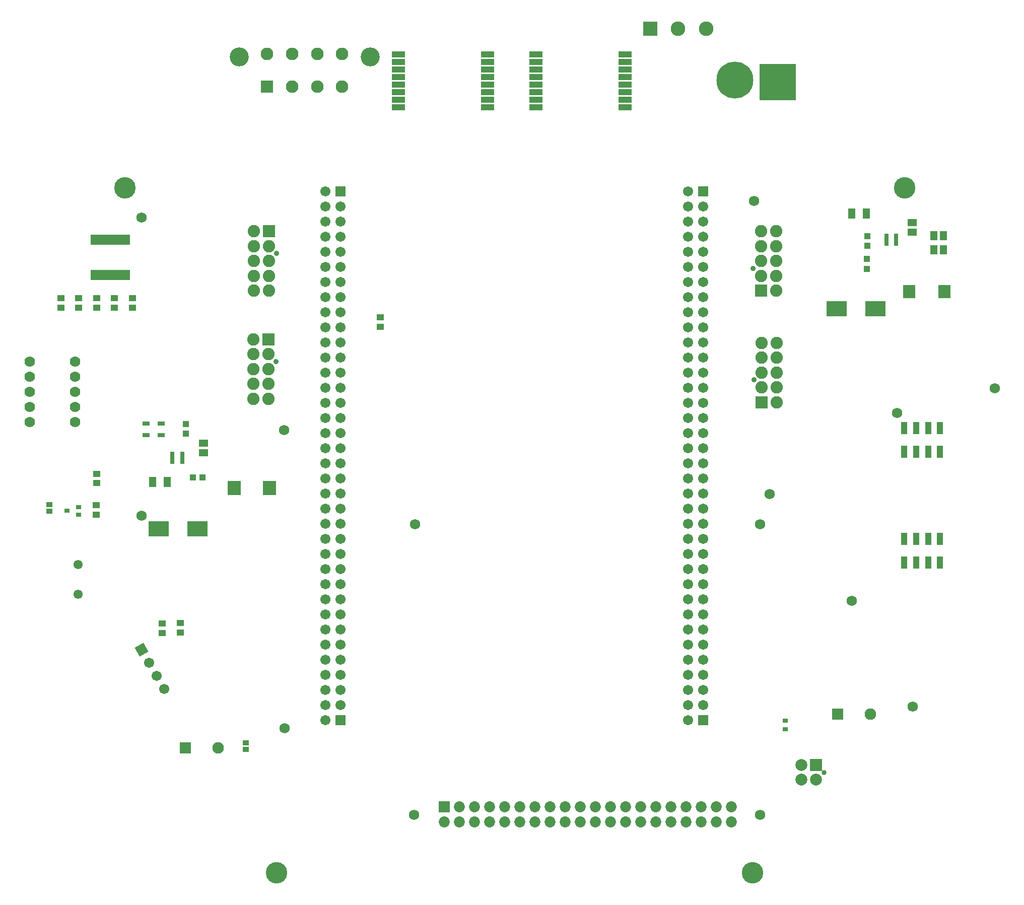
<source format=gbr>
%TF.GenerationSoftware,Altium Limited,Altium Designer,23.6.0 (18)*%
G04 Layer_Color=16711935*
%FSLAX45Y45*%
%MOMM*%
%TF.SameCoordinates,8B2A78E3-6762-467B-82E4-ABAB87B9FA14*%
%TF.FilePolarity,Negative*%
%TF.FileFunction,Soldermask,Bot*%
%TF.Part,Single*%
G01*
G75*
%TA.AperFunction,SMDPad,CuDef*%
%ADD14R,1.13504X1.06213*%
%ADD15R,1.06213X1.13504*%
%TA.AperFunction,ComponentPad*%
%ADD36R,2.45000X2.45000*%
%ADD37C,2.45000*%
%TA.AperFunction,SMDPad,CuDef*%
%ADD57R,0.90000X0.65000*%
%ADD58R,3.50000X2.50000*%
%ADD59R,1.20443X1.70620*%
%ADD65R,2.00000X2.20000*%
%ADD67R,1.30000X0.70000*%
%ADD75R,1.09320X2.11320*%
%ADD79R,1.20320X1.10320*%
%TA.AperFunction,ComponentPad*%
%ADD81C,1.72720*%
%ADD82C,1.85320*%
%ADD83R,1.85320X1.85320*%
%ADD84R,1.95320X1.95320*%
%ADD85C,1.95320*%
%ADD86R,6.20320X6.20320*%
%ADD87C,6.20320*%
%ADD88C,0.87820*%
%ADD89C,2.07820*%
%ADD90R,2.07820X2.07820*%
%ADD91C,3.20320*%
%ADD92C,2.10320*%
%ADD93R,2.10320X2.10320*%
%ADD94C,2.00320*%
%ADD95R,2.00320X2.00320*%
%ADD96C,0.85320*%
%ADD97R,1.71120X1.71120*%
%ADD98C,1.71120*%
%ADD99C,1.55320*%
%ADD100C,1.77820*%
%ADD101C,1.70320*%
%ADD102P,2.40869X4X345.0*%
%TA.AperFunction,ViaPad*%
%ADD103C,1.72720*%
%ADD104C,3.60320*%
%TA.AperFunction,SMDPad,CuDef*%
%ADD105R,2.20320X1.00320*%
%ADD106R,0.67820X0.50320*%
%ADD107R,0.65320X1.67820*%
%ADD108R,0.89820X0.74320*%
%ADD109R,1.10320X0.85320*%
%ADD110R,2.20320X2.40320*%
%ADD111R,1.55320X1.15320*%
%ADD112R,1.15320X1.55320*%
D14*
X-1638461Y7522500D02*
D03*
X-1801539D02*
D03*
D15*
X-1920000Y8424039D02*
D03*
Y8260961D02*
D03*
X9537500Y11415961D02*
D03*
Y11579039D02*
D03*
X9532500Y11030961D02*
D03*
Y11194039D02*
D03*
D36*
X5887500Y15062500D02*
D03*
D37*
X6357500D02*
D03*
X6827500D02*
D03*
D57*
X8160000Y3432500D02*
D03*
Y3287500D02*
D03*
D58*
X9020000Y10360000D02*
D03*
X9670000D02*
D03*
X-2375000Y6655000D02*
D03*
X-1725000D02*
D03*
D59*
X-2229911Y7447500D02*
D03*
X-2480089D02*
D03*
X9525089Y11962500D02*
D03*
X9274912D02*
D03*
D65*
X10835000Y10647500D02*
D03*
X10245000D02*
D03*
D67*
X-2334999Y8427501D02*
D03*
Y8237499D02*
D03*
X-2585001Y8425002D02*
D03*
Y8235000D02*
D03*
D75*
X10160000Y6092500D02*
D03*
Y6493500D02*
D03*
X10360000Y6092500D02*
D03*
Y6493500D02*
D03*
X10560000Y6092500D02*
D03*
Y6493500D02*
D03*
X10760000Y6092500D02*
D03*
Y6493500D02*
D03*
Y8353500D02*
D03*
Y7952500D02*
D03*
X10560000Y8353500D02*
D03*
Y7952500D02*
D03*
X10360000Y8353500D02*
D03*
Y7952500D02*
D03*
X10160000Y8353500D02*
D03*
Y7952500D02*
D03*
D79*
X-2312500Y5070000D02*
D03*
Y4910000D02*
D03*
X1355000Y10212500D02*
D03*
Y10052500D02*
D03*
X-3425000Y6900000D02*
D03*
Y7060000D02*
D03*
X-2815500Y10536200D02*
D03*
Y10376200D02*
D03*
X-3416500Y10536200D02*
D03*
Y10376200D02*
D03*
X-3717000Y10536200D02*
D03*
Y10376200D02*
D03*
X-4017500Y10536200D02*
D03*
Y10376200D02*
D03*
X-3116000D02*
D03*
Y10536200D02*
D03*
X-3412500Y7425000D02*
D03*
Y7585000D02*
D03*
X-2010000Y5075000D02*
D03*
Y4915000D02*
D03*
D81*
X1931500Y6738000D02*
D03*
X7735400D02*
D03*
Y1848500D02*
D03*
X1918800D02*
D03*
D82*
X7252800Y1734200D02*
D03*
Y1988200D02*
D03*
X6998800Y1734200D02*
D03*
Y1988200D02*
D03*
X6744800Y1734200D02*
D03*
Y1988200D02*
D03*
X6490800Y1734200D02*
D03*
X6236800D02*
D03*
Y1988200D02*
D03*
X5982800Y1734200D02*
D03*
Y1988200D02*
D03*
X5728800Y1734200D02*
D03*
Y1988200D02*
D03*
X5474800Y1734200D02*
D03*
Y1988200D02*
D03*
X5220800Y1734200D02*
D03*
Y1988200D02*
D03*
X4966800Y1734200D02*
D03*
Y1988200D02*
D03*
X4712800Y1734200D02*
D03*
Y1988200D02*
D03*
X4458800Y1734200D02*
D03*
Y1988200D02*
D03*
X4204800Y1734200D02*
D03*
Y1988200D02*
D03*
X3950800Y1734200D02*
D03*
Y1988200D02*
D03*
X3696800Y1734200D02*
D03*
Y1988200D02*
D03*
X3442800Y1734200D02*
D03*
Y1988200D02*
D03*
X3188800Y1734200D02*
D03*
Y1988200D02*
D03*
X2934800Y1734200D02*
D03*
Y1988200D02*
D03*
X2680800Y1734200D02*
D03*
Y1988200D02*
D03*
X2426800Y1734200D02*
D03*
X6490800Y1988200D02*
D03*
D83*
X2426800D02*
D03*
D84*
X9035000Y3540000D02*
D03*
X-1922500Y2975000D02*
D03*
D85*
X9585000Y3540000D02*
D03*
X-1372500Y2975000D02*
D03*
D86*
X8030000Y14172501D02*
D03*
D87*
X7310000Y14203000D02*
D03*
D88*
X-402500Y9470000D02*
D03*
X-389200Y11287700D02*
D03*
X7631200Y9162100D02*
D03*
X7618500Y11037700D02*
D03*
D89*
X-786500Y8845000D02*
D03*
Y9095000D02*
D03*
Y9345000D02*
D03*
Y9595000D02*
D03*
Y9845000D02*
D03*
X-532500Y8845000D02*
D03*
Y9095000D02*
D03*
Y9345000D02*
D03*
Y9595000D02*
D03*
X-773200Y10662700D02*
D03*
Y10912700D02*
D03*
Y11162700D02*
D03*
Y11412700D02*
D03*
Y11662700D02*
D03*
X-519200Y10662700D02*
D03*
Y10912700D02*
D03*
Y11162700D02*
D03*
Y11412700D02*
D03*
X8015200Y9787100D02*
D03*
Y9537100D02*
D03*
Y9287100D02*
D03*
Y9037100D02*
D03*
Y8787100D02*
D03*
X7761200Y9787100D02*
D03*
Y9537100D02*
D03*
Y9287100D02*
D03*
Y9037100D02*
D03*
X7748500Y10912700D02*
D03*
Y11162700D02*
D03*
Y11412700D02*
D03*
Y11662700D02*
D03*
X8002500Y10662700D02*
D03*
Y10912700D02*
D03*
Y11162700D02*
D03*
Y11412700D02*
D03*
Y11662700D02*
D03*
D90*
X-532500Y9845000D02*
D03*
X-519200Y11662700D02*
D03*
X7761200Y8787100D02*
D03*
X7748500Y10662700D02*
D03*
D91*
X-1020000Y14594000D02*
D03*
X1180000D02*
D03*
D92*
X-130000Y14089999D02*
D03*
X710000D02*
D03*
X290000D02*
D03*
X-550000Y14639999D02*
D03*
X-130000D02*
D03*
X710000D02*
D03*
X290000D02*
D03*
D93*
X-550000Y14089999D02*
D03*
D94*
X8425000Y2440000D02*
D03*
X8675000D02*
D03*
X8425000Y2690000D02*
D03*
D95*
X8675000D02*
D03*
D96*
X8809000Y2565000D02*
D03*
D97*
X6777612Y3439272D02*
D03*
X681612Y3441273D02*
D03*
X6777612Y12329272D02*
D03*
X681612Y12331273D02*
D03*
D98*
X6523612Y3439272D02*
D03*
X6777612Y3693272D02*
D03*
X6523612D02*
D03*
X6777612Y3947272D02*
D03*
X6523612D02*
D03*
X6777612Y4201272D02*
D03*
X6523612D02*
D03*
X6777612Y4455272D02*
D03*
X6523612D02*
D03*
X6777612Y4709272D02*
D03*
X6523612D02*
D03*
X6777612Y4963272D02*
D03*
X6523612D02*
D03*
X6777612Y5217272D02*
D03*
X6523612D02*
D03*
X6777612Y5471272D02*
D03*
X6523612D02*
D03*
X6777612Y5725272D02*
D03*
X6523612D02*
D03*
X6777612Y5979272D02*
D03*
X6523612D02*
D03*
X6777612Y6233272D02*
D03*
X6523612D02*
D03*
X6777612Y6487272D02*
D03*
X6523612D02*
D03*
X6777612Y6741272D02*
D03*
X6523612D02*
D03*
X6777612Y6995272D02*
D03*
X6523612D02*
D03*
X6777612Y7249272D02*
D03*
X6523612D02*
D03*
X6777612Y7503272D02*
D03*
X6523612D02*
D03*
X6777612Y7757272D02*
D03*
X6523612D02*
D03*
X6777612Y8011272D02*
D03*
X6523612D02*
D03*
X6777612Y8265272D02*
D03*
X6523612D02*
D03*
X6777612Y8519272D02*
D03*
X6523612D02*
D03*
X6777612Y8773272D02*
D03*
X6523612D02*
D03*
X6777612Y9027272D02*
D03*
X6523612D02*
D03*
X6777612Y9281272D02*
D03*
X6523612D02*
D03*
X6777612Y9535272D02*
D03*
X6523612D02*
D03*
X6777612Y9789272D02*
D03*
X6523612D02*
D03*
X6777612Y10043272D02*
D03*
X6523612D02*
D03*
X6777612Y10297272D02*
D03*
X6523612D02*
D03*
X6777612Y10551272D02*
D03*
X6523612D02*
D03*
X6777612Y10805272D02*
D03*
X6523612D02*
D03*
X6777612Y11059272D02*
D03*
X6523612D02*
D03*
X6777612Y11313272D02*
D03*
X6523612D02*
D03*
X6777612Y11567272D02*
D03*
X6523612D02*
D03*
X6777612Y11821272D02*
D03*
X6523612D02*
D03*
X6777612Y12075272D02*
D03*
X6523612D02*
D03*
X427612Y3441273D02*
D03*
X6523612Y12329272D02*
D03*
X681612Y3695273D02*
D03*
X427612D02*
D03*
X681612Y3949273D02*
D03*
X427612D02*
D03*
X681612Y4203273D02*
D03*
X427612D02*
D03*
X681612Y4457273D02*
D03*
X427612D02*
D03*
X681612Y4711273D02*
D03*
X427612D02*
D03*
X681612Y4965273D02*
D03*
X427612D02*
D03*
X681612Y5219273D02*
D03*
X427612D02*
D03*
X681612Y5473273D02*
D03*
X427612D02*
D03*
X681612Y5727273D02*
D03*
X427612D02*
D03*
X681612Y5981273D02*
D03*
X427612D02*
D03*
X681612Y6235273D02*
D03*
X427612D02*
D03*
X681612Y6489273D02*
D03*
X427612D02*
D03*
X681612Y6743273D02*
D03*
X427612D02*
D03*
X681612Y6997273D02*
D03*
X427612D02*
D03*
X681612Y7251273D02*
D03*
X427612D02*
D03*
X681612Y7505273D02*
D03*
X427612D02*
D03*
X681612Y7759273D02*
D03*
X427612D02*
D03*
X681612Y8013273D02*
D03*
X427612D02*
D03*
X681612Y8267273D02*
D03*
X427612D02*
D03*
X681612Y8521273D02*
D03*
X427612D02*
D03*
X681612Y8775273D02*
D03*
X427612D02*
D03*
X681612Y9029273D02*
D03*
X427612D02*
D03*
X681612Y9283273D02*
D03*
X427612D02*
D03*
X681612Y9537273D02*
D03*
X427612D02*
D03*
X681612Y9791273D02*
D03*
X427612D02*
D03*
X681612Y10045273D02*
D03*
X427612D02*
D03*
X681612Y10299273D02*
D03*
X427612D02*
D03*
X681612Y10553273D02*
D03*
X427612D02*
D03*
X681612Y10807273D02*
D03*
X427612D02*
D03*
X681612Y11061273D02*
D03*
X427612D02*
D03*
X681612Y11315273D02*
D03*
X427612D02*
D03*
X681612Y11569273D02*
D03*
X427612D02*
D03*
X681612Y11823273D02*
D03*
X427612D02*
D03*
X681612Y12077273D02*
D03*
X427612D02*
D03*
Y12331273D02*
D03*
D99*
X-3725000Y5555000D02*
D03*
Y6055000D02*
D03*
D100*
X-3780500Y9469500D02*
D03*
Y9215500D02*
D03*
Y8961500D02*
D03*
Y8707500D02*
D03*
Y8453500D02*
D03*
X-4542500D02*
D03*
Y8707500D02*
D03*
Y8961500D02*
D03*
Y9215500D02*
D03*
Y9469500D02*
D03*
D101*
X-2284900Y3965330D02*
D03*
X-2411900Y4185300D02*
D03*
X-2538900Y4405271D02*
D03*
D102*
X-2665900Y4625241D02*
D03*
D103*
X11677500Y9017503D02*
D03*
X9277500Y5444998D02*
D03*
X-2662501Y11889999D02*
D03*
X-267500Y8319998D02*
D03*
X-260002Y3310001D02*
D03*
X-2662501Y6880001D02*
D03*
X7897498Y7240001D02*
D03*
X10300003Y3672499D02*
D03*
X10039998Y8602502D02*
D03*
X7634999Y12172498D02*
D03*
D104*
X10163213Y12393412D02*
D03*
X7610000Y876594D02*
D03*
X-2943217Y12393412D02*
D03*
X-389999Y876594D02*
D03*
D105*
X3157300Y13997000D02*
D03*
Y14124001D02*
D03*
Y14250999D02*
D03*
Y14378000D02*
D03*
Y14505000D02*
D03*
Y14632001D02*
D03*
X1657300D02*
D03*
Y14505000D02*
D03*
Y14378000D02*
D03*
Y14250999D02*
D03*
Y14124001D02*
D03*
Y13870000D02*
D03*
X3157300Y13742999D02*
D03*
Y13870000D02*
D03*
X1657300Y13742999D02*
D03*
Y13997000D02*
D03*
X5470000D02*
D03*
Y14124001D02*
D03*
Y14250999D02*
D03*
Y14378000D02*
D03*
Y14505000D02*
D03*
Y14632001D02*
D03*
X3970000D02*
D03*
Y14505000D02*
D03*
Y14378000D02*
D03*
Y14250999D02*
D03*
Y14124001D02*
D03*
Y13870000D02*
D03*
X5470000Y13742999D02*
D03*
Y13870000D02*
D03*
X3970000Y13742999D02*
D03*
Y13997000D02*
D03*
D106*
X10023800Y11545000D02*
D03*
Y11495000D02*
D03*
Y11595000D02*
D03*
Y11445000D02*
D03*
X9856200Y11545000D02*
D03*
Y11595000D02*
D03*
Y11445000D02*
D03*
Y11495000D02*
D03*
X-2143800Y7777500D02*
D03*
Y7827500D02*
D03*
Y7877500D02*
D03*
Y7927500D02*
D03*
X-1976200D02*
D03*
Y7877500D02*
D03*
Y7827500D02*
D03*
Y7777500D02*
D03*
D107*
X-2895000Y10927400D02*
D03*
X-2960000D02*
D03*
X-3025000D02*
D03*
X-3090000D02*
D03*
X-3155000D02*
D03*
X-3220000D02*
D03*
X-3285000D02*
D03*
X-3350000D02*
D03*
X-3415000D02*
D03*
X-3480000D02*
D03*
Y11515000D02*
D03*
X-3415000D02*
D03*
X-3350000D02*
D03*
X-3285000D02*
D03*
X-3220000D02*
D03*
X-3155000D02*
D03*
X-3090000D02*
D03*
X-3025000D02*
D03*
X-2960000D02*
D03*
X-2895000D02*
D03*
D108*
X-3917200Y6960000D02*
D03*
X-3722800Y6895000D02*
D03*
Y7025000D02*
D03*
D109*
X-4207500Y7067500D02*
D03*
Y6952500D02*
D03*
X-910000Y3062500D02*
D03*
Y2947500D02*
D03*
D110*
X-512500Y7347500D02*
D03*
X-1102500D02*
D03*
D111*
X10292499Y11802501D02*
D03*
Y11642501D02*
D03*
X-1624998Y7935000D02*
D03*
Y8095000D02*
D03*
D112*
X10653301Y11352001D02*
D03*
X10813301D02*
D03*
X10657502Y11589999D02*
D03*
X10817502D02*
D03*
%TF.MD5,b890f0190780982699252dee4a0a7b2c*%
M02*

</source>
